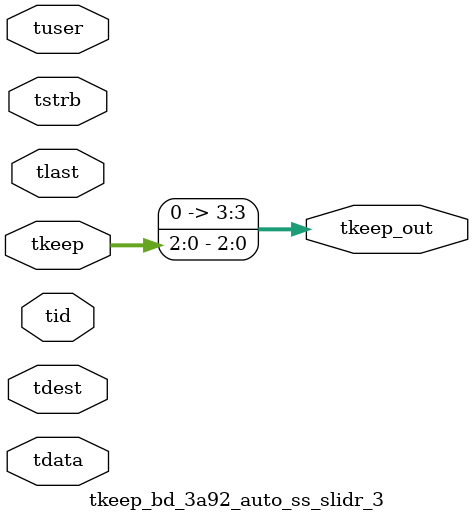
<source format=v>


`timescale 1ps/1ps

module tkeep_bd_3a92_auto_ss_slidr_3 #
(
parameter C_S_AXIS_TDATA_WIDTH = 32,
parameter C_S_AXIS_TUSER_WIDTH = 0,
parameter C_S_AXIS_TID_WIDTH   = 0,
parameter C_S_AXIS_TDEST_WIDTH = 0,
parameter C_M_AXIS_TDATA_WIDTH = 32
)
(
input  [(C_S_AXIS_TDATA_WIDTH == 0 ? 1 : C_S_AXIS_TDATA_WIDTH)-1:0     ] tdata,
input  [(C_S_AXIS_TUSER_WIDTH == 0 ? 1 : C_S_AXIS_TUSER_WIDTH)-1:0     ] tuser,
input  [(C_S_AXIS_TID_WIDTH   == 0 ? 1 : C_S_AXIS_TID_WIDTH)-1:0       ] tid,
input  [(C_S_AXIS_TDEST_WIDTH == 0 ? 1 : C_S_AXIS_TDEST_WIDTH)-1:0     ] tdest,
input  [(C_S_AXIS_TDATA_WIDTH/8)-1:0 ] tkeep,
input  [(C_S_AXIS_TDATA_WIDTH/8)-1:0 ] tstrb,
input                                                                    tlast,
output [(C_M_AXIS_TDATA_WIDTH/8)-1:0 ] tkeep_out
);

assign tkeep_out = {tkeep[2:0]};

endmodule


</source>
